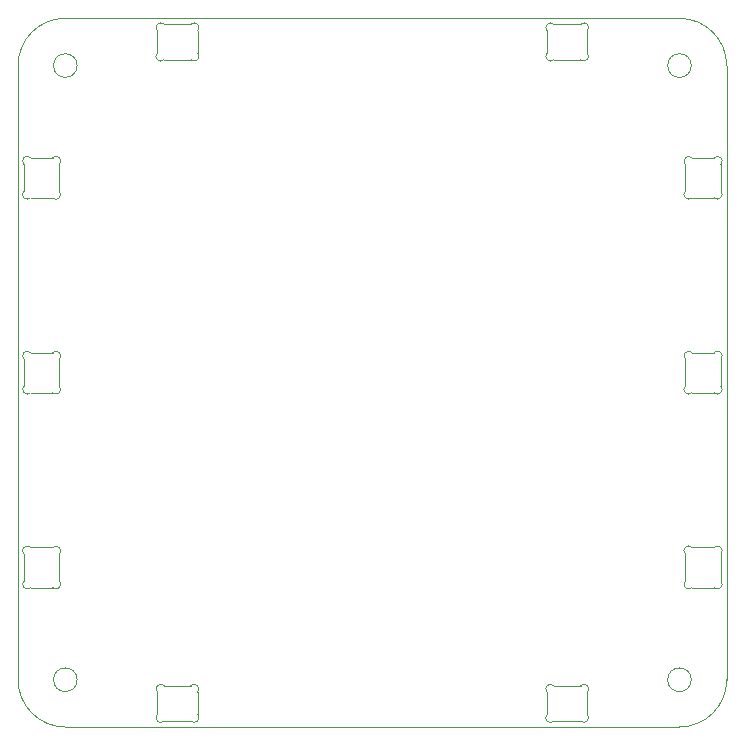
<source format=gm1>
G04 #@! TF.GenerationSoftware,KiCad,Pcbnew,8.0.6*
G04 #@! TF.CreationDate,2024-11-01T16:37:01+01:00*
G04 #@! TF.ProjectId,7-REV0,372d5245-5630-42e6-9b69-6361645f7063,rev?*
G04 #@! TF.SameCoordinates,Original*
G04 #@! TF.FileFunction,Profile,NP*
%FSLAX46Y46*%
G04 Gerber Fmt 4.6, Leading zero omitted, Abs format (unit mm)*
G04 Created by KiCad (PCBNEW 8.0.6) date 2024-11-01 16:37:01*
%MOMM*%
%LPD*%
G01*
G04 APERTURE LIST*
G04 #@! TA.AperFunction,Profile*
%ADD10C,0.050000*%
G04 #@! TD*
G04 #@! TA.AperFunction,Profile*
%ADD11C,0.120000*%
G04 #@! TD*
G04 APERTURE END LIST*
D10*
X103900000Y-120100000D02*
G75*
G02*
X99900000Y-116100000I0J4000000D01*
G01*
X156900000Y-116100000D02*
G75*
G02*
X154900000Y-116100000I-1000000J0D01*
G01*
X154900000Y-116100000D02*
G75*
G02*
X156900000Y-116100000I1000000J0D01*
G01*
X104900000Y-64100000D02*
G75*
G02*
X102900000Y-64100000I-1000000J0D01*
G01*
X102900000Y-64100000D02*
G75*
G02*
X104900000Y-64100000I1000000J0D01*
G01*
X104900000Y-116100000D02*
G75*
G02*
X102900000Y-116100000I-1000000J0D01*
G01*
X102900000Y-116100000D02*
G75*
G02*
X104900000Y-116100000I1000000J0D01*
G01*
X159900000Y-116100000D02*
G75*
G02*
X155900000Y-120100000I-4000000J0D01*
G01*
X103900000Y-120100000D02*
X155900000Y-120100000D01*
X156900000Y-64100000D02*
G75*
G02*
X154900000Y-64100000I-1000000J0D01*
G01*
X154900000Y-64100000D02*
G75*
G02*
X156900000Y-64100000I1000000J0D01*
G01*
X99900000Y-64100000D02*
X99900000Y-116100000D01*
X159900000Y-116100000D02*
X159900000Y-64100000D01*
X155900000Y-60100000D02*
G75*
G02*
X159900000Y-64100000I0J-4000000D01*
G01*
X99900000Y-64100000D02*
G75*
G02*
X103900000Y-60100000I4000000J0D01*
G01*
X103900000Y-60100000D02*
X155900000Y-60100000D01*
D11*
X111700000Y-63034314D02*
X111700000Y-61165686D01*
X112265686Y-60600000D02*
X114534314Y-60600000D01*
X114534314Y-63600000D02*
X112265686Y-63600000D01*
X115100000Y-61165686D02*
X115100000Y-63034314D01*
X111700000Y-61165686D02*
G75*
G02*
X112265686Y-60600000I282843J282843D01*
G01*
X112265686Y-63600000D02*
G75*
G02*
X111700000Y-63034314I-282843J282843D01*
G01*
X114534314Y-60600000D02*
G75*
G02*
X115100000Y-61165686I282843J-282843D01*
G01*
X115100000Y-63034314D02*
G75*
G02*
X114534314Y-63600000I-282843J-282843D01*
G01*
X144700000Y-119034314D02*
X144700000Y-117165686D01*
X145265686Y-116600000D02*
X147534314Y-116600000D01*
X147534314Y-119600000D02*
X145265686Y-119600000D01*
X148100000Y-117165686D02*
X148100000Y-119034314D01*
X144700000Y-117165686D02*
G75*
G02*
X145265686Y-116600000I282843J282843D01*
G01*
X145265686Y-119600000D02*
G75*
G02*
X144700000Y-119034314I-282843J282843D01*
G01*
X147534314Y-116600000D02*
G75*
G02*
X148100000Y-117165686I282843J-282843D01*
G01*
X148100000Y-119034314D02*
G75*
G02*
X147534314Y-119600000I-282843J-282843D01*
G01*
X100400000Y-107734314D02*
X100400000Y-105465686D01*
X100965686Y-104900000D02*
X102834314Y-104900000D01*
X102834314Y-108300000D02*
X100965686Y-108300000D01*
X103400000Y-105465686D02*
X103400000Y-107734314D01*
X100400000Y-105465686D02*
G75*
G02*
X100965686Y-104900000I282843J282843D01*
G01*
X100965686Y-108300000D02*
G75*
G02*
X100400000Y-107734314I-282843J282843D01*
G01*
X102834314Y-104900000D02*
G75*
G02*
X103400000Y-105465686I282843J-282843D01*
G01*
X103400000Y-107734314D02*
G75*
G02*
X102834314Y-108300000I-282843J-282843D01*
G01*
X144700000Y-63034314D02*
X144700000Y-61165686D01*
X145265686Y-60600000D02*
X147534314Y-60600000D01*
X147534314Y-63600000D02*
X145265686Y-63600000D01*
X148100000Y-61165686D02*
X148100000Y-63034314D01*
X144700000Y-61165686D02*
G75*
G02*
X145265686Y-60600000I282843J282843D01*
G01*
X145265686Y-63600000D02*
G75*
G02*
X144700000Y-63034314I-282843J282843D01*
G01*
X147534314Y-60600000D02*
G75*
G02*
X148100000Y-61165686I282843J-282843D01*
G01*
X148100000Y-63034314D02*
G75*
G02*
X147534314Y-63600000I-282843J-282843D01*
G01*
X156400000Y-74734314D02*
X156400000Y-72465686D01*
X156965686Y-71900000D02*
X158834314Y-71900000D01*
X158834314Y-75300000D02*
X156965686Y-75300000D01*
X159400000Y-72465686D02*
X159400000Y-74734314D01*
X156400000Y-72465686D02*
G75*
G02*
X156965686Y-71900000I282843J282843D01*
G01*
X156965686Y-75300000D02*
G75*
G02*
X156400000Y-74734314I-282843J282843D01*
G01*
X158834314Y-71900000D02*
G75*
G02*
X159400000Y-72465686I282843J-282843D01*
G01*
X159400000Y-74734314D02*
G75*
G02*
X158834314Y-75300000I-282843J-282843D01*
G01*
X111700000Y-119034314D02*
X111700000Y-117165686D01*
X112265686Y-116600000D02*
X114534314Y-116600000D01*
X114534314Y-119600000D02*
X112265686Y-119600000D01*
X115100000Y-117165686D02*
X115100000Y-119034314D01*
X111700000Y-117165686D02*
G75*
G02*
X112265686Y-116600000I282843J282843D01*
G01*
X112265686Y-119600000D02*
G75*
G02*
X111700000Y-119034314I-282843J282843D01*
G01*
X114534314Y-116600000D02*
G75*
G02*
X115100000Y-117165686I282843J-282843D01*
G01*
X115100000Y-119034314D02*
G75*
G02*
X114534314Y-119600000I-282843J-282843D01*
G01*
X100400000Y-74734314D02*
X100400000Y-72465686D01*
X100965686Y-71900000D02*
X102834314Y-71900000D01*
X102834314Y-75300000D02*
X100965686Y-75300000D01*
X103400000Y-72465686D02*
X103400000Y-74734314D01*
X100400000Y-72465686D02*
G75*
G02*
X100965686Y-71900000I282843J282843D01*
G01*
X100965686Y-75300000D02*
G75*
G02*
X100400000Y-74734314I-282843J282843D01*
G01*
X102834314Y-71900000D02*
G75*
G02*
X103400000Y-72465686I282843J-282843D01*
G01*
X103400000Y-74734314D02*
G75*
G02*
X102834314Y-75300000I-282843J-282843D01*
G01*
X100400000Y-91234314D02*
X100400000Y-88965686D01*
X100965686Y-88400000D02*
X102834314Y-88400000D01*
X102834314Y-91800000D02*
X100965686Y-91800000D01*
X103400000Y-88965686D02*
X103400000Y-91234314D01*
X100400000Y-88965686D02*
G75*
G02*
X100965686Y-88400000I282843J282843D01*
G01*
X100965686Y-91800000D02*
G75*
G02*
X100400000Y-91234314I-282843J282843D01*
G01*
X102834314Y-88400000D02*
G75*
G02*
X103400000Y-88965686I282843J-282843D01*
G01*
X103400000Y-91234314D02*
G75*
G02*
X102834314Y-91800000I-282843J-282843D01*
G01*
X156400000Y-107734314D02*
X156400000Y-105465686D01*
X156965686Y-104900000D02*
X158834314Y-104900000D01*
X158834314Y-108300000D02*
X156965686Y-108300000D01*
X159400000Y-105465686D02*
X159400000Y-107734314D01*
X156400000Y-105465686D02*
G75*
G02*
X156965686Y-104900000I282843J282843D01*
G01*
X156965686Y-108300000D02*
G75*
G02*
X156400000Y-107734314I-282843J282843D01*
G01*
X158834314Y-104900000D02*
G75*
G02*
X159400000Y-105465686I282843J-282843D01*
G01*
X159400000Y-107734314D02*
G75*
G02*
X158834314Y-108300000I-282843J-282843D01*
G01*
X156400000Y-91234314D02*
X156400000Y-88965686D01*
X156965686Y-88400000D02*
X158834314Y-88400000D01*
X158834314Y-91800000D02*
X156965686Y-91800000D01*
X159400000Y-88965686D02*
X159400000Y-91234314D01*
X156400000Y-88965686D02*
G75*
G02*
X156965686Y-88400000I282843J282843D01*
G01*
X156965686Y-91800000D02*
G75*
G02*
X156400000Y-91234314I-282843J282843D01*
G01*
X158834314Y-88400000D02*
G75*
G02*
X159400000Y-88965686I282843J-282843D01*
G01*
X159400000Y-91234314D02*
G75*
G02*
X158834314Y-91800000I-282843J-282843D01*
G01*
M02*

</source>
